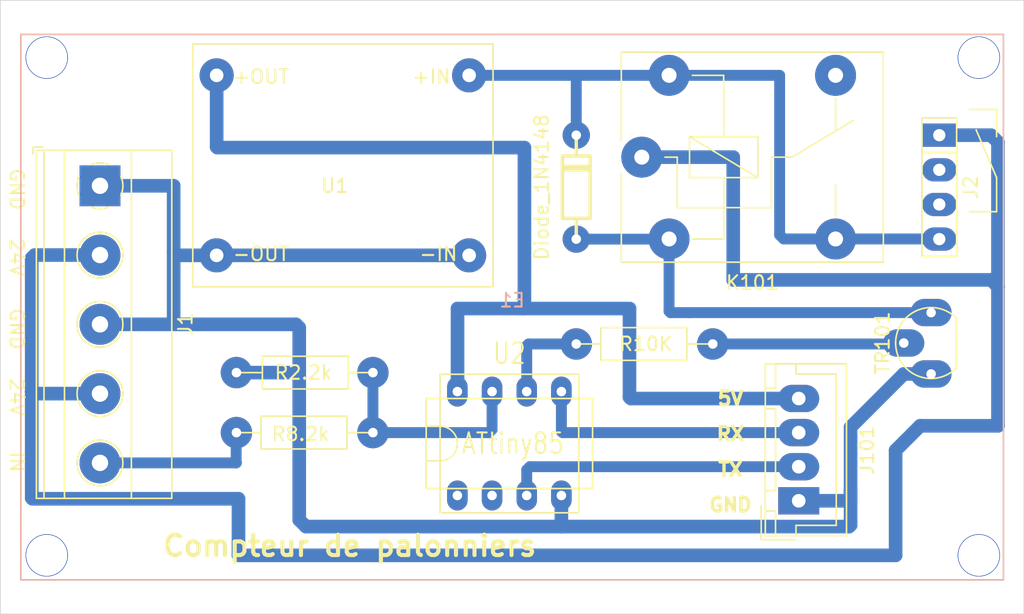
<source format=kicad_pcb>
(kicad_pcb (version 20171130) (host pcbnew "(5.1.9)-1")

  (general
    (thickness 1.6)
    (drawings 19)
    (tracks 95)
    (zones 0)
    (modules 12)
    (nets 12)
  )

  (page A4)
  (layers
    (0 F.Cu jumper)
    (31 B.Cu signal)
    (32 B.Adhes user)
    (33 F.Adhes user)
    (34 B.Paste user)
    (35 F.Paste user)
    (36 B.SilkS user)
    (37 F.SilkS user)
    (38 B.Mask user)
    (39 F.Mask user)
    (40 Dwgs.User user)
    (41 Cmts.User user)
    (42 Eco1.User user)
    (43 Eco2.User user)
    (44 Edge.Cuts user)
    (45 Margin user)
    (46 B.CrtYd user)
    (47 F.CrtYd user hide)
    (48 B.Fab user)
    (49 F.Fab user hide)
  )

  (setup
    (last_trace_width 0.8)
    (trace_clearance 0.25)
    (zone_clearance 0.508)
    (zone_45_only no)
    (trace_min 0.2)
    (via_size 0.8)
    (via_drill 0.4)
    (via_min_size 0.4)
    (via_min_drill 0.3)
    (uvia_size 0.3)
    (uvia_drill 0.1)
    (uvias_allowed no)
    (uvia_min_size 0.2)
    (uvia_min_drill 0.1)
    (edge_width 0.05)
    (segment_width 0.2)
    (pcb_text_width 0.3)
    (pcb_text_size 1.5 1.5)
    (mod_edge_width 0.12)
    (mod_text_size 1 1)
    (mod_text_width 0.15)
    (pad_size 2 3)
    (pad_drill 0.7)
    (pad_to_mask_clearance 0)
    (aux_axis_origin 115 130)
    (visible_elements 7FFEFFFF)
    (pcbplotparams
      (layerselection 0x01000_fffffffe)
      (usegerberextensions false)
      (usegerberattributes true)
      (usegerberadvancedattributes true)
      (creategerberjobfile true)
      (excludeedgelayer true)
      (linewidth 0.200000)
      (plotframeref false)
      (viasonmask false)
      (mode 1)
      (useauxorigin true)
      (hpglpennumber 1)
      (hpglpenspeed 20)
      (hpglpendiameter 15.000000)
      (psnegative false)
      (psa4output false)
      (plotreference true)
      (plotvalue true)
      (plotinvisibletext false)
      (padsonsilk false)
      (subtractmaskfromsilk false)
      (outputformat 1)
      (mirror false)
      (drillshape 0)
      (scaleselection 1)
      (outputdirectory "Gerber"))
  )

  (net 0 "")
  (net 1 "Net-(J1-Pad5)")
  (net 2 +24V)
  (net 3 GND)
  (net 4 +5V)
  (net 5 TX)
  (net 6 RX)
  (net 7 ON)
  (net 8 SIG)
  (net 9 "Net-(D101-Pad2)")
  (net 10 "Net-(R103-Pad2)")
  (net 11 14)

  (net_class Default "This is the default net class."
    (clearance 0.25)
    (trace_width 0.8)
    (via_dia 0.8)
    (via_drill 0.4)
    (uvia_dia 0.3)
    (uvia_drill 0.1)
    (add_net 14)
    (add_net "Net-(D101-Pad2)")
    (add_net "Net-(J1-Pad5)")
    (add_net "Net-(R103-Pad2)")
    (add_net ON)
    (add_net RX)
    (add_net SIG)
    (add_net TX)
  )

  (net_class P ""
    (clearance 0.25)
    (trace_width 1)
    (via_dia 0.8)
    (via_drill 0.4)
    (uvia_dia 0.3)
    (uvia_drill 0.1)
    (add_net +24V)
    (add_net +5V)
    (add_net GND)
  )

  (module Resistance:R_025W (layer F.Cu) (tedit 640AE660) (tstamp 6439055F)
    (at 162.3 110.1)
    (descr "Resistance 1/4w")
    (tags R)
    (path /643A4D4E)
    (autoplace_cost180 10)
    (fp_text reference R103 (at -0.2 0.1) (layer F.Fab) hide
      (effects (font (size 1 1) (thickness 0.15)))
    )
    (fp_text value R10K (at 0 0.1) (layer F.SilkS)
      (effects (font (size 1 1) (thickness 0.15)))
    )
    (fp_line (start 4.651 0.1) (end 3 0.1) (layer F.SilkS) (width 0.12))
    (fp_line (start -4.951 0.1) (end -3.3 0.1) (layer F.SilkS) (width 0.12))
    (fp_line (start -3.3 -1.1) (end 3 -1.1) (layer F.SilkS) (width 0.12))
    (fp_line (start 3 -1.1) (end 3 1.3) (layer F.SilkS) (width 0.12))
    (fp_line (start 3 1.3) (end -3.3 1.3) (layer F.SilkS) (width 0.12))
    (fp_line (start -3.3 1.3) (end -3.3 -1.1) (layer F.SilkS) (width 0.12))
    (pad 1 thru_hole circle (at -5.1 0.1) (size 2.3 2.3) (drill 0.7) (layers *.Cu *.Mask)
      (net 7 ON))
    (pad 2 thru_hole circle (at 4.9 0.1) (size 2.3 2.3) (drill 0.7) (layers *.Cu *.Mask)
      (net 10 "Net-(R103-Pad2)"))
    (model ${KISYS3DMOD}/Resistance3d/rc03.wrl
      (offset (xyz 0 -0.1 0))
      (scale (xyz 1.3 1 1))
      (rotate (xyz 0 0 0))
    )
  )

  (module TerminalBlock_Phoenix:TerminalBlock_Phoenix_MKDS-1,5-5-5.08_1x05_P5.08mm_Horizontal (layer F.Cu) (tedit 61F30061) (tstamp 6432C4A7)
    (at 122.3 98.6 270)
    (descr "Terminal Block Phoenix MKDS-1,5-5-5.08, 5 pins, pitch 5.08mm, size 25.4x9.8mm^2, drill diamater 1.3mm, pad diameter 2.6mm, see http://www.farnell.com/datasheets/100425.pdf, script-generated using https://github.com/pointhi/kicad-footprint-generator/scripts/TerminalBlock_Phoenix")
    (tags "THT Terminal Block Phoenix MKDS-1,5-5-5.08 pitch 5.08mm size 25.4x9.8mm^2 drill 1.3mm pad 2.6mm")
    (path /6432EBA0)
    (fp_text reference J1 (at 10.16 -6.26 270) (layer F.SilkS)
      (effects (font (size 1 1) (thickness 0.15)))
    )
    (fp_text value Conn_01x05 (at 10.16 5.66 90) (layer F.Fab)
      (effects (font (size 1 1) (thickness 0.15)))
    )
    (fp_line (start 10.5 4) (end 10 3) (layer Eco2.User) (width 0.12))
    (fp_line (start 9.5 4) (end 10.5 4) (layer Eco2.User) (width 0.12))
    (fp_line (start 10 3) (end 9.5 4) (layer Eco2.User) (width 0.12))
    (fp_circle (center 0 0) (end 1.5 0) (layer F.Fab) (width 0.1))
    (fp_circle (center 5.08 0) (end 6.58 0) (layer F.Fab) (width 0.1))
    (fp_circle (center 5.08 0) (end 6.76 0) (layer F.SilkS) (width 0.12))
    (fp_circle (center 10.16 0) (end 11.66 0) (layer F.Fab) (width 0.1))
    (fp_circle (center 10.16 0) (end 11.84 0) (layer F.SilkS) (width 0.12))
    (fp_circle (center 15.24 0) (end 16.74 0) (layer F.Fab) (width 0.1))
    (fp_circle (center 15.24 0) (end 16.92 0) (layer F.SilkS) (width 0.12))
    (fp_circle (center 20.32 0) (end 21.82 0) (layer F.Fab) (width 0.1))
    (fp_circle (center 20.32 0) (end 22 0) (layer F.SilkS) (width 0.12))
    (fp_line (start -2.54 -5.2) (end 22.86 -5.2) (layer F.Fab) (width 0.1))
    (fp_line (start 22.86 -5.2) (end 22.86 4.6) (layer F.Fab) (width 0.1))
    (fp_line (start 22.86 4.6) (end -2.04 4.6) (layer F.Fab) (width 0.1))
    (fp_line (start -2.04 4.6) (end -2.54 4.1) (layer F.Fab) (width 0.1))
    (fp_line (start -2.54 4.1) (end -2.54 -5.2) (layer F.Fab) (width 0.1))
    (fp_line (start -2.54 4.1) (end 22.86 4.1) (layer F.Fab) (width 0.1))
    (fp_line (start -2.6 4.1) (end 22.92 4.1) (layer F.SilkS) (width 0.12))
    (fp_line (start -2.54 2.6) (end 22.86 2.6) (layer F.Fab) (width 0.1))
    (fp_line (start -2.6 2.6) (end 22.92 2.6) (layer F.SilkS) (width 0.12))
    (fp_line (start -2.54 -2.3) (end 22.86 -2.3) (layer F.Fab) (width 0.1))
    (fp_line (start -2.6 -2.301) (end 22.92 -2.301) (layer F.SilkS) (width 0.12))
    (fp_line (start -2.6 -5.261) (end 22.92 -5.261) (layer F.SilkS) (width 0.12))
    (fp_line (start -2.6 4.66) (end 22.92 4.66) (layer F.SilkS) (width 0.12))
    (fp_line (start -2.6 -5.261) (end -2.6 4.66) (layer F.SilkS) (width 0.12))
    (fp_line (start 22.92 -5.261) (end 22.92 4.66) (layer F.SilkS) (width 0.12))
    (fp_line (start 1.138 -0.955) (end -0.955 1.138) (layer F.Fab) (width 0.1))
    (fp_line (start 0.955 -1.138) (end -1.138 0.955) (layer F.Fab) (width 0.1))
    (fp_line (start 6.218 -0.955) (end 4.126 1.138) (layer F.Fab) (width 0.1))
    (fp_line (start 6.035 -1.138) (end 3.943 0.955) (layer F.Fab) (width 0.1))
    (fp_line (start 6.355 -1.069) (end 6.308 -1.023) (layer F.SilkS) (width 0.12))
    (fp_line (start 4.046 1.239) (end 4.011 1.274) (layer F.SilkS) (width 0.12))
    (fp_line (start 6.15 -1.275) (end 6.115 -1.239) (layer F.SilkS) (width 0.12))
    (fp_line (start 3.853 1.023) (end 3.806 1.069) (layer F.SilkS) (width 0.12))
    (fp_line (start 11.298 -0.955) (end 9.206 1.138) (layer F.Fab) (width 0.1))
    (fp_line (start 11.115 -1.138) (end 9.023 0.955) (layer F.Fab) (width 0.1))
    (fp_line (start 11.435 -1.069) (end 11.388 -1.023) (layer F.SilkS) (width 0.12))
    (fp_line (start 9.126 1.239) (end 9.091 1.274) (layer F.SilkS) (width 0.12))
    (fp_line (start 11.23 -1.275) (end 11.195 -1.239) (layer F.SilkS) (width 0.12))
    (fp_line (start 8.933 1.023) (end 8.886 1.069) (layer F.SilkS) (width 0.12))
    (fp_line (start 16.378 -0.955) (end 14.286 1.138) (layer F.Fab) (width 0.1))
    (fp_line (start 16.195 -1.138) (end 14.103 0.955) (layer F.Fab) (width 0.1))
    (fp_line (start 16.515 -1.069) (end 16.468 -1.023) (layer F.SilkS) (width 0.12))
    (fp_line (start 14.206 1.239) (end 14.171 1.274) (layer F.SilkS) (width 0.12))
    (fp_line (start 16.31 -1.275) (end 16.275 -1.239) (layer F.SilkS) (width 0.12))
    (fp_line (start 14.013 1.023) (end 13.966 1.069) (layer F.SilkS) (width 0.12))
    (fp_line (start 21.458 -0.955) (end 19.366 1.138) (layer F.Fab) (width 0.1))
    (fp_line (start 21.275 -1.138) (end 19.183 0.955) (layer F.Fab) (width 0.1))
    (fp_line (start 21.595 -1.069) (end 21.548 -1.023) (layer F.SilkS) (width 0.12))
    (fp_line (start 19.286 1.239) (end 19.251 1.274) (layer F.SilkS) (width 0.12))
    (fp_line (start 21.39 -1.275) (end 21.355 -1.239) (layer F.SilkS) (width 0.12))
    (fp_line (start 19.093 1.023) (end 19.046 1.069) (layer F.SilkS) (width 0.12))
    (fp_line (start -2.84 4.16) (end -2.84 4.9) (layer F.SilkS) (width 0.12))
    (fp_line (start -2.84 4.9) (end -2.34 4.9) (layer F.SilkS) (width 0.12))
    (fp_line (start -3.04 -5.71) (end -3.04 5.1) (layer F.CrtYd) (width 0.05))
    (fp_line (start -3.04 5.1) (end 23.36 5.1) (layer F.CrtYd) (width 0.05))
    (fp_line (start 23.36 5.1) (end 23.36 -5.71) (layer F.CrtYd) (width 0.05))
    (fp_line (start 23.36 -5.71) (end -3.04 -5.71) (layer F.CrtYd) (width 0.05))
    (fp_text user %R (at 10.16 -3.5 90) (layer F.Fab)
      (effects (font (size 1 1) (thickness 0.15)))
    )
    (fp_arc (start 0 0) (end -0.684 1.535) (angle -25) (layer F.SilkS) (width 0.12))
    (fp_arc (start 0 0) (end -1.535 -0.684) (angle -48) (layer F.SilkS) (width 0.12))
    (fp_arc (start 0 0) (end 0.684 -1.535) (angle -48) (layer F.SilkS) (width 0.12))
    (fp_arc (start 0 0) (end 1.535 0.684) (angle -48) (layer F.SilkS) (width 0.12))
    (fp_arc (start 0 0) (end 0 1.68) (angle -24) (layer F.SilkS) (width 0.12))
    (pad 5 thru_hole circle (at 20.32 0 270) (size 3 3) (drill 1.2) (layers *.Cu *.Mask)
      (net 1 "Net-(J1-Pad5)"))
    (pad 4 thru_hole circle (at 15.24 0 270) (size 3 3) (drill 1.2) (layers *.Cu *.Mask)
      (net 2 +24V))
    (pad 3 thru_hole circle (at 10.16 0 270) (size 3 3) (drill 1.2) (layers *.Cu *.Mask)
      (net 3 GND))
    (pad 2 thru_hole circle (at 5.08 0 270) (size 3 3) (drill 1.2) (layers *.Cu *.Mask)
      (net 2 +24V))
    (pad 1 thru_hole rect (at 0 0 270) (size 3 3) (drill 1.2) (layers *.Cu *.Mask)
      (net 3 GND))
    (model ${KISYS3DMOD}/TerminalBlock_Phoenix.3dshapes/TerminalBlock_Phoenix_MKDS-1,5-5-5.08_1x05_P5.08mm_Horizontal.wrl
      (at (xyz 0 0 0))
      (scale (xyz 1 1 1))
      (rotate (xyz 0 0 0))
    )
  )

  (module Transistor:TO-92 (layer F.Cu) (tedit 6464A1F1) (tstamp 64390571)
    (at 183.2 111.4 90)
    (descr "TO-92 leads molded, narrow, drill 0.75mm (see NXP sot054_po.pdf)")
    (tags "to-92 sc-43 sc-43a sot54 PA33 transistor")
    (path /6439D8F7)
    (fp_text reference TR101 (at 1.27 -3.56 90) (layer F.SilkS)
      (effects (font (size 1 1) (thickness 0.15)))
    )
    (fp_text value Transistor_TO92 (at 1.27 2.79 90) (layer F.Fab)
      (effects (font (size 1 1) (thickness 0.15)))
    )
    (fp_line (start -0.53 1.85) (end 3.07 1.85) (layer F.SilkS) (width 0.12))
    (fp_line (start -0.5 1.75) (end 3 1.75) (layer F.Fab) (width 0.1))
    (fp_line (start -1.46 -2.73) (end 4 -2.73) (layer F.CrtYd) (width 0.05))
    (fp_line (start -1.46 -2.73) (end -1.46 2.01) (layer F.CrtYd) (width 0.05))
    (fp_line (start 4 2.01) (end 4 -2.73) (layer F.CrtYd) (width 0.05))
    (fp_line (start 4 2.01) (end -1.46 2.01) (layer F.CrtYd) (width 0.05))
    (fp_arc (start 1.27 0) (end 1.27 -2.6) (angle 135) (layer F.SilkS) (width 0.12))
    (fp_arc (start 1.27 0) (end 1.27 -2.48) (angle -135) (layer F.Fab) (width 0.1))
    (fp_arc (start 1.27 0) (end 1.27 -2.6) (angle -135) (layer F.SilkS) (width 0.12))
    (fp_arc (start 1.27 0) (end 1.27 -2.48) (angle 135) (layer F.Fab) (width 0.1))
    (fp_text user %R (at 1.27 0 90) (layer F.Fab)
      (effects (font (size 1 1) (thickness 0.15)))
    )
    (pad 1 thru_hole oval (at -1 0 90) (size 2 3) (drill 0.7) (layers *.Cu *.Mask)
      (net 3 GND))
    (pad 3 thru_hole oval (at 3.5 0 90) (size 2 3) (drill 0.7) (layers *.Cu *.Mask)
      (net 9 "Net-(D101-Pad2)"))
    (pad 2 thru_hole oval (at 1.27 -2 90) (size 2 3) (drill 0.7) (layers *.Cu *.Mask)
      (net 10 "Net-(R103-Pad2)"))
    (model ${KISYS3DMOD}/Transistor3d/TO-92.wrl
      (offset (xyz -1 0 0))
      (scale (xyz 1.8 1.6 1))
      (rotate (xyz 0 0 0))
    )
  )

  (module Relay_THT:Relais_SRD (layer F.Cu) (tedit 6395C9BB) (tstamp 64390527)
    (at 162 96.5)
    (path /6439057C)
    (fp_text reference K101 (at 8.1 9.2) (layer F.SilkS)
      (effects (font (size 1 1) (thickness 0.15)))
    )
    (fp_text value RelaisSRD (at 8 -9.6) (layer F.Fab)
      (effects (font (size 1 1) (thickness 0.15)))
    )
    (fp_line (start -1.5 1.2) (end -1.5 7.7) (layer F.SilkS) (width 0.12))
    (fp_line (start -1.5 -7.7) (end -1.5 -1.2) (layer F.SilkS) (width 0.12))
    (fp_line (start -1.5 -7.7) (end 17.7 -7.7) (layer F.SilkS) (width 0.12))
    (fp_line (start 17.7 -7.7) (end 17.7 7.7) (layer F.SilkS) (width 0.12))
    (fp_line (start 17.7 7.7) (end -1.5 7.7) (layer F.SilkS) (width 0.12))
    (fp_line (start -1.4 -7.6) (end 17.6 -7.6) (layer F.Fab) (width 0.1))
    (fp_line (start 17.6 -7.6) (end 17.6 7.6) (layer F.Fab) (width 0.1))
    (fp_line (start 17.6 7.6) (end -1.4 7.6) (layer F.Fab) (width 0.1))
    (fp_line (start -1.4 7.6) (end -1.4 -7.6) (layer F.Fab) (width 0.1))
    (fp_line (start 17.85 -7.85) (end -1.75 -7.85) (layer F.CrtYd) (width 0.05))
    (fp_line (start -1.75 7.85) (end -1.75 -7.85) (layer F.CrtYd) (width 0.05))
    (fp_line (start 17.85 -7.85) (end 17.85 7.85) (layer F.CrtYd) (width 0.05))
    (fp_line (start -1.75 7.85) (end 17.85 7.85) (layer F.CrtYd) (width 0.05))
    (fp_line (start 14.2 4.3) (end 14.2 2) (layer F.SilkS) (width 0.12))
    (fp_line (start 14.2 -4.3) (end 14.2 -2) (layer F.SilkS) (width 0.12))
    (fp_line (start 3.7 6) (end 6 6) (layer F.SilkS) (width 0.12))
    (fp_line (start 2.6 0) (end 1.7 0) (layer F.SilkS) (width 0.12))
    (fp_line (start 6 -6) (end 3.7 -6) (layer F.SilkS) (width 0.12))
    (fp_line (start 9.5 0) (end 11 0) (layer F.SilkS) (width 0.12))
    (fp_line (start 11 0) (end 15.5 -2.7) (layer F.SilkS) (width 0.12))
    (fp_line (start 9.5 3.7) (end 2.6 3.7) (layer F.SilkS) (width 0.12))
    (fp_line (start 9.5 0) (end 9.5 3.7) (layer F.SilkS) (width 0.12))
    (fp_line (start 2.6 0) (end 2.6 3.7) (layer F.SilkS) (width 0.12))
    (fp_line (start 6 -6) (end 6 -1.5) (layer F.SilkS) (width 0.12))
    (fp_line (start 6 1.5) (end 6 6) (layer F.SilkS) (width 0.12))
    (fp_line (start 8.5 1.5) (end 3.5 -1.5) (layer F.SilkS) (width 0.12))
    (fp_line (start 3.5 1.5) (end 3.5 -1.5) (layer F.SilkS) (width 0.12))
    (fp_line (start 3.5 -1.5) (end 8.5 -1.5) (layer F.SilkS) (width 0.12))
    (fp_line (start 8.5 -1.5) (end 8.5 1.5) (layer F.SilkS) (width 0.12))
    (fp_line (start 8.5 1.5) (end 3.5 1.5) (layer F.SilkS) (width 0.12))
    (fp_text user %R (at 7.1 0.025) (layer F.Fab) hide
      (effects (font (size 1 1) (thickness 0.15)))
    )
    (pad 11 thru_hole circle (at 0 0) (size 3 3) (drill 1.1) (layers *.Cu *.Mask)
      (net 2 +24V))
    (pad A2 thru_hole circle (at 2 -6) (size 3 3) (drill 1.1) (layers *.Cu *.Mask)
      (net 11 14))
    (pad 12 thru_hole circle (at 14.2 -6) (size 3 3) (drill 1.1) (layers *.Cu *.Mask))
    (pad 14 thru_hole circle (at 14.2 6) (size 3 3) (drill 1.1) (layers *.Cu *.Mask)
      (net 11 14))
    (pad A1 thru_hole circle (at 2 6) (size 3 3) (drill 1.1) (layers *.Cu *.Mask)
      (net 9 "Net-(D101-Pad2)"))
    (model ${KISYS3DMOD}/Relay_THT.3dshapes/Relay_SPDT_Finder_36.11.wrl
      (at (xyz 0 0 0))
      (scale (xyz 1 1 1))
      (rotate (xyz 0 0 0))
    )
  )

  (module Connecteur_jst:JST_XH_B04B-XH-A_04x2.50mm_Straight (layer F.Cu) (tedit 61E16DC3) (tstamp 643904FF)
    (at 173.5 121.7 90)
    (descr "JST XH series connector, B04B-XH-A, top entry type, through hole")
    (tags "connector jst xh tht top vertical 2.50mm")
    (path /643A843B)
    (fp_text reference J101 (at 3.7 5 90) (layer F.SilkS)
      (effects (font (size 1 1) (thickness 0.15)))
    )
    (fp_text value Connecteur_Nextion (at 3.75 4.5 90) (layer F.Fab)
      (effects (font (size 1 1) (thickness 0.15)))
    )
    (fp_line (start -2.85 -2.75) (end -2.85 -0.25) (layer F.Fab) (width 0.1))
    (fp_line (start -0.35 -2.75) (end -2.85 -2.75) (layer F.Fab) (width 0.1))
    (fp_line (start -2.85 -2.75) (end -2.85 -0.25) (layer F.SilkS) (width 0.12))
    (fp_line (start -0.35 -2.75) (end -2.85 -2.75) (layer F.SilkS) (width 0.12))
    (fp_line (start 9.3 2.75) (end 3.75 2.75) (layer F.SilkS) (width 0.12))
    (fp_line (start 9.3 -0.2) (end 9.3 2.75) (layer F.SilkS) (width 0.12))
    (fp_line (start 10.05 -0.2) (end 9.3 -0.2) (layer F.SilkS) (width 0.12))
    (fp_line (start -1.8 2.75) (end 3.75 2.75) (layer F.SilkS) (width 0.12))
    (fp_line (start -1.8 -0.2) (end -1.8 2.75) (layer F.SilkS) (width 0.12))
    (fp_line (start -2.55 -0.2) (end -1.8 -0.2) (layer F.SilkS) (width 0.12))
    (fp_line (start 10.05 -2.45) (end 8.25 -2.45) (layer F.SilkS) (width 0.12))
    (fp_line (start 10.05 -1.7) (end 10.05 -2.45) (layer F.SilkS) (width 0.12))
    (fp_line (start 8.25 -1.7) (end 10.05 -1.7) (layer F.SilkS) (width 0.12))
    (fp_line (start 8.25 -2.45) (end 8.25 -1.7) (layer F.SilkS) (width 0.12))
    (fp_line (start -0.75 -2.45) (end -2.55 -2.45) (layer F.SilkS) (width 0.12))
    (fp_line (start -0.75 -1.7) (end -0.75 -2.45) (layer F.SilkS) (width 0.12))
    (fp_line (start -2.55 -1.7) (end -0.75 -1.7) (layer F.SilkS) (width 0.12))
    (fp_line (start -2.55 -2.45) (end -2.55 -1.7) (layer F.SilkS) (width 0.12))
    (fp_line (start 6.75 -2.45) (end 0.75 -2.45) (layer F.SilkS) (width 0.12))
    (fp_line (start 6.75 -1.7) (end 6.75 -2.45) (layer F.SilkS) (width 0.12))
    (fp_line (start 0.75 -1.7) (end 6.75 -1.7) (layer F.SilkS) (width 0.12))
    (fp_line (start 0.75 -2.45) (end 0.75 -1.7) (layer F.SilkS) (width 0.12))
    (fp_line (start 10.05 -2.45) (end -2.55 -2.45) (layer F.SilkS) (width 0.12))
    (fp_line (start 10.05 3.5) (end 10.05 -2.45) (layer F.SilkS) (width 0.12))
    (fp_line (start -2.55 3.5) (end 10.05 3.5) (layer F.SilkS) (width 0.12))
    (fp_line (start -2.55 -2.45) (end -2.55 3.5) (layer F.SilkS) (width 0.12))
    (fp_line (start 10.45 -2.85) (end -2.95 -2.85) (layer F.CrtYd) (width 0.05))
    (fp_line (start 10.45 3.9) (end 10.45 -2.85) (layer F.CrtYd) (width 0.05))
    (fp_line (start -2.95 3.9) (end 10.45 3.9) (layer F.CrtYd) (width 0.05))
    (fp_line (start -2.95 -2.85) (end -2.95 3.9) (layer F.CrtYd) (width 0.05))
    (fp_line (start 9.95 -2.35) (end -2.45 -2.35) (layer F.Fab) (width 0.1))
    (fp_line (start 9.95 3.4) (end 9.95 -2.35) (layer F.Fab) (width 0.1))
    (fp_line (start -2.45 3.4) (end 9.95 3.4) (layer F.Fab) (width 0.1))
    (fp_line (start -2.45 -2.35) (end -2.45 3.4) (layer F.Fab) (width 0.1))
    (fp_text user %R (at 3.75 2.5 90) (layer F.Fab)
      (effects (font (size 1 1) (thickness 0.15)))
    )
    (pad 4 thru_hole oval (at 7.5 0 90) (size 2 3) (drill 1) (layers *.Cu *.Mask)
      (net 4 +5V))
    (pad 3 thru_hole oval (at 5 0 90) (size 2 3) (drill 1) (layers *.Cu *.Mask)
      (net 6 RX))
    (pad 2 thru_hole oval (at 2.5 0 90) (size 2 3) (drill 1) (layers *.Cu *.Mask)
      (net 5 TX))
    (pad 1 thru_hole rect (at 0 0 90) (size 2 3) (drill 1) (layers *.Cu *.Mask)
      (net 3 GND))
    (model ${KISYS3DMOD}/Connector_JST.3dshapes/JST_XH_B4B-XH-A_1x04_P2.50mm_Vertical.wrl
      (at (xyz 0 0 0))
      (scale (xyz 1 1 1))
      (rotate (xyz 0 0 0))
    )
  )

  (module pth_diodes:diode_do35 (layer F.Cu) (tedit 6425549D) (tstamp 64390414)
    (at 157.2 98.7 90)
    (descr "Diode, DO-35 package")
    (path /6439AB6F)
    (fp_text reference D101 (at 0 2.54 90) (layer F.Fab) hide
      (effects (font (size 1.524 1.524) (thickness 0.3048)))
    )
    (fp_text value Diode_1N4148 (at 0 -2.54 90) (layer F.SilkS)
      (effects (font (size 1 1) (thickness 0.15)))
    )
    (fp_line (start -2.286 1.016) (end -2.286 -1.016) (layer F.SilkS) (width 0.254))
    (fp_line (start 2.286 1.016) (end -2.286 1.016) (layer F.SilkS) (width 0.254))
    (fp_line (start 2.286 -1.016) (end 2.286 1.016) (layer F.SilkS) (width 0.254))
    (fp_line (start -2.286 -1.016) (end 2.286 -1.016) (layer F.SilkS) (width 0.254))
    (fp_line (start -2.286 0) (end -3.81 0) (layer F.SilkS) (width 0.254))
    (fp_line (start 3.81 0) (end 2.286 0) (layer F.SilkS) (width 0.254))
    (fp_line (start 1.27 -1.016) (end 1.27 1.016) (layer F.SilkS) (width 0.254))
    (fp_line (start 1.524 1.016) (end 1.524 -1.016) (layer F.SilkS) (width 0.254))
    (pad 1 thru_hole circle (at 3.81 0 90) (size 2 2) (drill 0.7) (layers *.Cu *.Mask)
      (net 11 14))
    (pad 2 thru_hole circle (at -3.81 0 90) (size 2 2) (drill 0.7) (layers *.Cu *.Mask)
      (net 9 "Net-(D101-Pad2)"))
    (model walter/pth_diodes/diode_do35.wrl
      (at (xyz 0 0 0))
      (scale (xyz 1 1 1))
      (rotate (xyz 0 0 0))
    )
    (model ${KISYS3DMOD}/Diode_THT.3dshapes/D_DO-35_SOD27_P7.62mm_Horizontal.wrl
      (offset (xyz 3.8 0 0))
      (scale (xyz 1 1 1))
      (rotate (xyz 0 0 180))
    )
  )

  (module pin_2_54mm:pin_strip_4 (layer F.Cu) (tedit 643518E4) (tstamp 64341219)
    (at 183.8 98.7 270)
    (descr "Pin strip 4pin")
    (tags "CONN DEV")
    (path /643D02A0)
    (fp_text reference J2 (at 0.01 -2.3 90) (layer F.SilkS)
      (effects (font (size 1 1) (thickness 0.15)))
    )
    (fp_text value Conn_01x04 (at 0.254 -3.556 90) (layer F.Fab) hide
      (effects (font (size 1 1) (thickness 0.2)))
    )
    (fp_line (start 5.08 -1.27) (end 5.08 1.27) (layer F.SilkS) (width 0.12))
    (fp_line (start -5.08 1.27) (end -5.08 -1.27) (layer F.SilkS) (width 0.12))
    (fp_line (start -5.08 -1.27) (end 5.08 -1.27) (layer F.SilkS) (width 0.12))
    (fp_line (start 5.08 1.27) (end -5.08 1.27) (layer F.SilkS) (width 0.12))
    (fp_line (start -2.54 -1.27) (end -2.54 1.27) (layer F.SilkS) (width 0.12))
    (pad 4 thru_hole oval (at 3.81 0 270) (size 1.7 2.5) (drill 0.9) (layers *.Cu *.Mask)
      (net 11 14))
    (pad 3 thru_hole oval (at 1.27 0 270) (size 1.7 2.5) (drill 0.9) (layers *.Cu *.Mask))
    (pad 2 thru_hole oval (at -1.27 0 270) (size 1.7 2.5) (drill 0.9) (layers *.Cu *.Mask))
    (pad 1 thru_hole rect (at -3.81 0 270) (size 1.7 2.5) (drill 0.9) (layers *.Cu *.Mask)
      (net 2 +24V))
    (model ${KISYS3DMOD}/walter/pin_strip_2mm54.3dshapes/pin_strip_4.wrl
      (at (xyz 0 0 0))
      (scale (xyz 1 1 1))
      (rotate (xyz 0 0 0))
    )
    (model ${KISYS3DMOD}/pin_strip_2mm54.3dshapes/pin_strip_4.wrl
      (at (xyz 0 0 0))
      (scale (xyz 1 1 1))
      (rotate (xyz 0 0 0))
    )
  )

  (module Resistance:R_025W (layer F.Cu) (tedit 640AE660) (tstamp 64356278)
    (at 137.2 112.4 180)
    (descr "Resistance 1/4w")
    (tags R)
    (path /6436626B)
    (autoplace_cost180 10)
    (fp_text reference R102 (at -0.2 0.1) (layer F.Fab) hide
      (effects (font (size 1 1) (thickness 0.15)))
    )
    (fp_text value R2.2k (at 0 0.1) (layer F.SilkS)
      (effects (font (size 1 1) (thickness 0.15)))
    )
    (fp_line (start 4.651 0.1) (end 3 0.1) (layer F.SilkS) (width 0.12))
    (fp_line (start -4.951 0.1) (end -3.3 0.1) (layer F.SilkS) (width 0.12))
    (fp_line (start -3.3 -1.1) (end 3 -1.1) (layer F.SilkS) (width 0.12))
    (fp_line (start 3 -1.1) (end 3 1.3) (layer F.SilkS) (width 0.12))
    (fp_line (start 3 1.3) (end -3.3 1.3) (layer F.SilkS) (width 0.12))
    (fp_line (start -3.3 1.3) (end -3.3 -1.1) (layer F.SilkS) (width 0.12))
    (pad 1 thru_hole circle (at -5.1 0.1 180) (size 2.3 2.3) (drill 0.7) (layers *.Cu *.Mask)
      (net 8 SIG))
    (pad 2 thru_hole circle (at 4.9 0.1 180) (size 2.3 2.3) (drill 0.7) (layers *.Cu *.Mask)
      (net 3 GND))
    (model ${KISYS3DMOD}/Resistance3d/rc03.wrl
      (offset (xyz 0 -0.1 0))
      (scale (xyz 1.3 1 1))
      (rotate (xyz 0 0 0))
    )
  )

  (module Resistance:R_025W (layer F.Cu) (tedit 640AE660) (tstamp 6435626C)
    (at 137.4 116.6)
    (descr "Resistance 1/4w")
    (tags R)
    (path /643650F0)
    (autoplace_cost180 10)
    (fp_text reference R101 (at -0.2 0.1) (layer F.Fab) hide
      (effects (font (size 1 1) (thickness 0.15)))
    )
    (fp_text value R8.2k (at -0.4 0.2) (layer F.SilkS)
      (effects (font (size 1 1) (thickness 0.15)))
    )
    (fp_line (start 4.651 0.1) (end 3 0.1) (layer F.SilkS) (width 0.12))
    (fp_line (start -4.951 0.1) (end -3.3 0.1) (layer F.SilkS) (width 0.12))
    (fp_line (start -3.3 -1.1) (end 3 -1.1) (layer F.SilkS) (width 0.12))
    (fp_line (start 3 -1.1) (end 3 1.3) (layer F.SilkS) (width 0.12))
    (fp_line (start 3 1.3) (end -3.3 1.3) (layer F.SilkS) (width 0.12))
    (fp_line (start -3.3 1.3) (end -3.3 -1.1) (layer F.SilkS) (width 0.12))
    (pad 1 thru_hole circle (at -5.1 0.1) (size 2.3 2.3) (drill 0.7) (layers *.Cu *.Mask)
      (net 1 "Net-(J1-Pad5)"))
    (pad 2 thru_hole circle (at 4.9 0.1) (size 2.3 2.3) (drill 0.7) (layers *.Cu *.Mask)
      (net 8 SIG))
    (model ${KISYS3DMOD}/Resistance3d/rc03.wrl
      (offset (xyz 0 -0.1 0))
      (scale (xyz 1.3 1 1))
      (rotate (xyz 0 0 0))
    )
  )

  (module Microcontroleurs:dil_8-300_socket (layer F.Cu) (tedit 64351584) (tstamp 643559BA)
    (at 152.3 117.5)
    (descr "IC, DIL8 x 0,3\", with socket")
    (tags DIL)
    (path /6435DCED)
    (fp_text reference U2 (at 0 -6.6) (layer F.SilkS)
      (effects (font (size 1.5 1.2) (thickness 0.15)))
    )
    (fp_text value ATtiny85 (at 0.25 0) (layer F.SilkS)
      (effects (font (size 1.5 1.2) (thickness 0.15)))
    )
    (fp_line (start 5.08 5.08) (end -5.08 5.08) (layer F.SilkS) (width 0.12))
    (fp_line (start -6.096 3.302) (end 6.096 3.302) (layer F.SilkS) (width 0.12))
    (fp_line (start 5.08 -5.08) (end -5.08 -5.08) (layer F.SilkS) (width 0.12))
    (fp_line (start -6.096 -3.302) (end 6.096 -3.302) (layer F.SilkS) (width 0.12))
    (fp_line (start -5.08 1.27) (end -6.096 1.27) (layer F.SilkS) (width 0.12))
    (fp_line (start -5.08 -1.27) (end -6.096 -1.27) (layer F.SilkS) (width 0.12))
    (fp_line (start 5.08 -5.08) (end 5.08 5.08) (layer F.SilkS) (width 0.12))
    (fp_line (start -5.08 5.08) (end -5.08 -5.08) (layer F.SilkS) (width 0.12))
    (fp_line (start 6.096 -3.302) (end 6.096 3.302) (layer F.SilkS) (width 0.12))
    (fp_line (start -6.096 3.302) (end -6.096 -3.302) (layer F.SilkS) (width 0.12))
    (fp_arc (start -5.08 0) (end -3.81 0) (angle 90) (layer F.SilkS) (width 0.12))
    (fp_arc (start -5.08 0) (end -5.08 -1.27) (angle 90) (layer F.SilkS) (width 0.12))
    (pad 8 thru_hole oval (at -3.81 -3.81) (size 1.5 2.2) (drill 0.7) (layers *.Cu *.Mask)
      (net 4 +5V))
    (pad 7 thru_hole oval (at -1.27 -3.81) (size 1.5 2.2) (drill 0.7) (layers *.Cu *.Mask)
      (net 8 SIG))
    (pad 6 thru_hole oval (at 1.27 -3.81) (size 1.5 2.2) (drill 0.7) (layers *.Cu *.Mask)
      (net 7 ON))
    (pad 5 thru_hole oval (at 3.81 -3.81) (size 1.5 2.2) (drill 0.7) (layers *.Cu *.Mask)
      (net 6 RX))
    (pad 4 thru_hole oval (at 3.81 3.81) (size 1.5 2.2) (drill 0.7) (layers *.Cu *.Mask)
      (net 3 GND))
    (pad 3 thru_hole oval (at 1.27 3.81) (size 1.5 2.2) (drill 0.7) (layers *.Cu *.Mask)
      (net 5 TX))
    (pad 2 thru_hole oval (at -1.27 3.81) (size 1.5 2.2) (drill 0.7) (layers *.Cu *.Mask))
    (pad 1 thru_hole oval (at -3.81 3.81) (size 1.5 2.2) (drill 0.7) (layers *.Cu *.Mask))
    (model ${KISYS3DMOD}/Dip3d/DIP-8_W7.62mm_Socket.wrl
      (offset (xyz -3.75 -3.75 0))
      (scale (xyz 1 1 1))
      (rotate (xyz 0 0 -90))
    )
    (model ${KISYS3DMOD}/Dip3d/DIP-8_W7.62mm.wrl
      (offset (xyz -3.75 -3.75 4))
      (scale (xyz 1 1 1))
      (rotate (xyz 0 0 -90))
    )
  )

  (module Convertisseur:MP1584 (layer F.Cu) (tedit 64255363) (tstamp 6432C518)
    (at 140.1 97.1 180)
    (descr "Convertisseur DC-DC")
    (path /6432D7F0)
    (fp_text reference U1 (at 0.6 -1.5) (layer F.SilkS)
      (effects (font (size 1 1) (thickness 0.15)))
    )
    (fp_text value MP1584 (at 0 -1.5) (layer F.Fab)
      (effects (font (size 1 1) (thickness 0.15)))
    )
    (fp_line (start -11 8.9) (end -11 -8.1) (layer F.SilkS) (width 0.12))
    (fp_line (start 11 8.9) (end -11 8.9) (layer F.SilkS) (width 0.12))
    (fp_line (start 11 -8) (end 11 8.9) (layer F.SilkS) (width 0.12))
    (fp_line (start -11 -8.9) (end 11 -8.9) (layer F.SilkS) (width 0.12))
    (fp_line (start -11 -8) (end -11 -8.9) (layer F.SilkS) (width 0.12))
    (fp_line (start 11 -8) (end 11 -8.9) (layer F.SilkS) (width 0.12))
    (fp_text user +OUT (at 6 6.5) (layer F.SilkS)
      (effects (font (size 1 1) (thickness 0.15)))
    )
    (fp_text user -OUT (at 6 -6.5) (layer F.SilkS)
      (effects (font (size 1 1) (thickness 0.15)))
    )
    (fp_text user +IN (at -6.5 6.5) (layer F.SilkS)
      (effects (font (size 1 1) (thickness 0.15)))
    )
    (fp_text user -IN (at -7 -6.5) (layer F.SilkS)
      (effects (font (size 1 1) (thickness 0.15)))
    )
    (pad 4 thru_hole circle (at 9.25 6.6 180) (size 2.5 2.5) (drill 1) (layers *.Cu *.Mask)
      (net 4 +5V))
    (pad 3 thru_hole circle (at 9.25 -6.6 180) (size 2.5 2.5) (drill 1) (layers *.Cu *.Mask)
      (net 3 GND))
    (pad 2 thru_hole circle (at -9.25 6.6 180) (size 2.5 2.5) (drill 1) (layers *.Cu *.Mask)
      (net 11 14))
    (pad 1 thru_hole circle (at -9.25 -6.6 180) (size 2.5 2.5) (drill 1) (layers *.Cu *.Mask)
      (net 3 GND))
    (model ${KISYS3DMOD}/Convertisseur/MP1584.step
      (offset (xyz 0 0 2.5))
      (scale (xyz 1 1 1))
      (rotate (xyz 0 0 0))
    )
    (model ${KISYS3DMOD}/pin_strip_2mm54.3dshapes/pin_strip_1.wrl
      (offset (xyz -9.199999999999999 6.5 2.5))
      (scale (xyz 1 1 1))
      (rotate (xyz 0 180 0))
    )
    (model ${KISYS3DMOD}/pin_strip_2mm54.3dshapes/pin_strip_1.wrl
      (offset (xyz 9.199999999999999 6.5 2.5))
      (scale (xyz 1 1 1))
      (rotate (xyz 0 180 0))
    )
    (model ${KISYS3DMOD}/pin_strip_2mm54.3dshapes/pin_strip_1.wrl
      (offset (xyz -9.220000000000001 -6.5 2.5))
      (scale (xyz 1 1 1))
      (rotate (xyz 0 -180 0))
    )
    (model ${KISYS3DMOD}/pin_strip_2mm54.3dshapes/pin_strip_1.wrl
      (offset (xyz 9.199999999999999 -6.5 2.5))
      (scale (xyz 1 1 1))
      (rotate (xyz 0 180 0))
    )
  )

  (module Ecran:Nextion_24 (layer B.Cu) (tedit 61F2F6CD) (tstamp 6432C45D)
    (at 152.5 107.5)
    (path /6434D098)
    (fp_text reference E1 (at 0 -0.5) (layer B.SilkS)
      (effects (font (size 1 1) (thickness 0.15)) (justify mirror))
    )
    (fp_text value Ecran (at 0 0.5) (layer B.Fab)
      (effects (font (size 1 1) (thickness 0.15)) (justify mirror))
    )
    (fp_line (start -36 -20) (end -36 20) (layer B.SilkS) (width 0.12))
    (fp_line (start 36 -20) (end -36 -20) (layer B.SilkS) (width 0.12))
    (fp_line (start 36 20) (end 36 -20) (layer B.SilkS) (width 0.12))
    (fp_line (start -36 20) (end 36 20) (layer B.SilkS) (width 0.12))
    (pad "" np_thru_hole circle (at -34.1 -18.3) (size 3.1 3.1) (drill 3) (layers *.Cu *.Mask)
      (zone_connect 0))
    (pad "" np_thru_hole circle (at 34.2 -18.3) (size 3.1 3.1) (drill 3) (layers *.Cu *.Mask)
      (zone_connect 0))
    (pad "" np_thru_hole circle (at 34.2 18.2) (size 3.1 3.1) (drill 3) (layers *.Cu *.Mask)
      (zone_connect 0))
    (pad "" np_thru_hole circle (at -34.1 18.2) (size 3.1 3.1) (drill 3) (layers *.Cu *.Mask)
      (zone_connect 0))
    (model "${KISYS3DMOD}/3d_screen/Nextion 2.4 v15.wrl"
      (offset (xyz 0 0 12))
      (scale (xyz 1 1 1))
      (rotate (xyz 0 0 0))
    )
    (model ${KISYS3DMOD}/3d_entretoises/M3x5.5_MF_TORRETTA.wrl
      (offset (xyz 34 18 0))
      (scale (xyz 1 1 1))
      (rotate (xyz 0 0 0))
    )
    (model ${KISYS3DMOD}/3d_entretoises/M3x5.5_MF_TORRETTA.wrl
      (offset (xyz 34 -18 0))
      (scale (xyz 1 1 1))
      (rotate (xyz 0 0 0))
    )
    (model ${KISYS3DMOD}/3d_entretoises/M3x5.5_MF_TORRETTA.wrl
      (offset (xyz -34 18 0))
      (scale (xyz 1 1 1))
      (rotate (xyz 0 0 0))
    )
    (model ${KISYS3DMOD}/3d_entretoises/M3x5.5_MF_TORRETTA.wrl
      (offset (xyz -34 -18 0))
      (scale (xyz 1 1 1))
      (rotate (xyz 0 0 0))
    )
  )

  (gr_line (start 115 130) (end 115 85) (layer Edge.Cuts) (width 0.05) (tstamp 64649D61))
  (gr_line (start 190 130) (end 115 130) (layer Edge.Cuts) (width 0.05))
  (gr_line (start 190 85) (end 190 130) (layer Edge.Cuts) (width 0.05))
  (gr_line (start 115 85) (end 190 85) (layer Edge.Cuts) (width 0.05))
  (gr_text GND (at 168.5 122) (layer F.SilkS)
    (effects (font (size 1 1) (thickness 0.25)))
  )
  (gr_text TX (at 168.5 119.4) (layer F.SilkS)
    (effects (font (size 1 1) (thickness 0.25)))
  )
  (gr_text RX (at 168.5 116.8) (layer F.SilkS)
    (effects (font (size 1 1) (thickness 0.25)))
  )
  (gr_text 5V (at 168.5 114.2) (layer F.SilkS)
    (effects (font (size 1 1) (thickness 0.25)))
  )
  (gr_text "Compteur de palonniers" (at 140.6 125) (layer F.SilkS)
    (effects (font (size 1.5 1.5) (thickness 0.3)))
  )
  (gr_line (start 188 98) (end 186.5 94.5) (layer F.SilkS) (width 0.12))
  (gr_line (start 188 100.5) (end 188 98) (layer F.SilkS) (width 0.12))
  (gr_line (start 186 100.5) (end 188 100.5) (layer F.SilkS) (width 0.12))
  (gr_line (start 188 93) (end 188 95) (layer F.SilkS) (width 0.12))
  (gr_line (start 186 93) (end 188 93) (layer F.SilkS) (width 0.12))
  (gr_text IN (at 116.2 118.85 -90) (layer F.SilkS) (tstamp 64342C69)
    (effects (font (size 1 1) (thickness 0.15)))
  )
  (gr_text 24V (at 116.2 114.1 -90) (layer F.SilkS) (tstamp 64342C64)
    (effects (font (size 1 1) (thickness 0.15)))
  )
  (gr_text GND (at 116.2 109.1 -90) (layer F.SilkS) (tstamp 64342C5F)
    (effects (font (size 1 1) (thickness 0.15)))
  )
  (gr_text GND (at 116.2 98.85 -90) (layer F.SilkS) (tstamp 64342C57)
    (effects (font (size 1 1) (thickness 0.15)))
  )
  (gr_text 24V (at 116.2 103.85 270) (layer F.SilkS)
    (effects (font (size 1 1) (thickness 0.15)))
  )

  (segment (start 122.3 118.92) (end 132.28 118.92) (width 0.8) (layer B.Cu) (net 1))
  (segment (start 132.28 118.92) (end 132.3 118.9) (width 0.8) (layer B.Cu) (net 1))
  (segment (start 132.28 116.72) (end 132.3 116.7) (width 0.8) (layer B.Cu) (net 1))
  (segment (start 132.28 118.92) (end 132.28 116.72) (width 0.8) (layer B.Cu) (net 1))
  (segment (start 122.3 103.68) (end 117.52 103.68) (width 1) (layer B.Cu) (net 2))
  (segment (start 180.6 118) (end 182.4 116.2) (width 1) (layer B.Cu) (net 2))
  (segment (start 182.4 116.2) (end 188.1 116.2) (width 1) (layer B.Cu) (net 2))
  (segment (start 180.6 125.7) (end 180.6 118) (width 1) (layer B.Cu) (net 2))
  (segment (start 132.449998 121.549998) (end 132.449998 125.7) (width 1) (layer B.Cu) (net 2))
  (segment (start 132.449998 125.7) (end 180.6 125.7) (width 1) (layer B.Cu) (net 2))
  (segment (start 117.349998 121.549998) (end 132.449998 121.549998) (width 1) (layer B.Cu) (net 2))
  (segment (start 117.3 121.5) (end 117.349998 121.549998) (width 1) (layer B.Cu) (net 2))
  (segment (start 162 96.5) (end 168.7 96.5) (width 1) (layer B.Cu) (net 2))
  (segment (start 168.7 96.5) (end 168.7 105.5) (width 1) (layer B.Cu) (net 2))
  (segment (start 168.7 105.5) (end 187.6 105.5) (width 1) (layer B.Cu) (net 2))
  (segment (start 187.6 105.5) (end 188.1 106) (width 1) (layer B.Cu) (net 2))
  (segment (start 188.1 116.2) (end 188.1 106) (width 1) (layer B.Cu) (net 2))
  (segment (start 117.3 103.9) (end 117.52 103.68) (width 1) (layer B.Cu) (net 2))
  (segment (start 117.44 113.84) (end 117.3 113.7) (width 1) (layer B.Cu) (net 2))
  (segment (start 122.3 113.84) (end 117.44 113.84) (width 1) (layer B.Cu) (net 2))
  (segment (start 117.3 113.7) (end 117.3 103.9) (width 1) (layer B.Cu) (net 2))
  (segment (start 117.3 121.5) (end 117.3 113.7) (width 1) (layer B.Cu) (net 2))
  (segment (start 188.1 106) (end 188.1 95.4) (width 1) (layer B.Cu) (net 2))
  (segment (start 187.59 94.89) (end 183.8 94.89) (width 1) (layer B.Cu) (net 2))
  (segment (start 188.1 95.4) (end 187.59 94.89) (width 1) (layer B.Cu) (net 2))
  (segment (start 156.11 121.31) (end 156.11 123.59) (width 1) (layer B.Cu) (net 3))
  (segment (start 127.7 108.62) (end 127.84 108.76) (width 1) (layer B.Cu) (net 3))
  (segment (start 122.3 108.76) (end 127.84 108.76) (width 1) (layer B.Cu) (net 3))
  (segment (start 122.3 98.6) (end 127.7 98.6) (width 1) (layer B.Cu) (net 3))
  (segment (start 127.9 103.7) (end 127.7 103.5) (width 1) (layer B.Cu) (net 3))
  (segment (start 130.85 103.7) (end 127.9 103.7) (width 1) (layer B.Cu) (net 3))
  (segment (start 127.7 103.5) (end 127.7 108.62) (width 1) (layer B.Cu) (net 3))
  (segment (start 127.7 98.6) (end 127.7 103.5) (width 1) (layer B.Cu) (net 3))
  (segment (start 149.35 103.7) (end 130.85 103.7) (width 1) (layer B.Cu) (net 3))
  (segment (start 177.3 116.3) (end 181.2 112.4) (width 1) (layer B.Cu) (net 3))
  (segment (start 181.2 112.4) (end 183.2 112.4) (width 1) (layer B.Cu) (net 3))
  (segment (start 136.66 108.76) (end 127.84 108.76) (width 1) (layer B.Cu) (net 3))
  (segment (start 136.9 109) (end 136.66 108.76) (width 1) (layer B.Cu) (net 3))
  (segment (start 137.39 123.59) (end 136.9 123.1) (width 1) (layer B.Cu) (net 3))
  (segment (start 156.11 123.59) (end 137.39 123.59) (width 1) (layer B.Cu) (net 3))
  (segment (start 132.3 112.3) (end 136.7 112.3) (width 1) (layer B.Cu) (net 3))
  (segment (start 136.9 112.1) (end 136.9 109) (width 1) (layer B.Cu) (net 3))
  (segment (start 136.7 112.3) (end 136.9 112.1) (width 1) (layer B.Cu) (net 3))
  (segment (start 136.9 123.1) (end 136.9 112.1) (width 1) (layer B.Cu) (net 3))
  (segment (start 177.2 121.7) (end 177.3 121.6) (width 1) (layer B.Cu) (net 3))
  (segment (start 173.5 121.7) (end 177.2 121.7) (width 1) (layer B.Cu) (net 3))
  (segment (start 177.3 123.48) (end 177.3 120.9) (width 1) (layer B.Cu) (net 3))
  (segment (start 177.19 123.59) (end 177.3 123.48) (width 1) (layer B.Cu) (net 3))
  (segment (start 156.11 123.59) (end 177.19 123.59) (width 1) (layer B.Cu) (net 3))
  (segment (start 177.3 120.9) (end 177.3 116.3) (width 1) (layer B.Cu) (net 3))
  (segment (start 177.3 121.6) (end 177.3 120.9) (width 1) (layer B.Cu) (net 3))
  (segment (start 161.1 114.1) (end 161.1 107.6) (width 1) (layer B.Cu) (net 4))
  (segment (start 161.2 114.2) (end 161.1 114.1) (width 1) (layer B.Cu) (net 4))
  (segment (start 173.5 114.2) (end 161.2 114.2) (width 1) (layer B.Cu) (net 4))
  (segment (start 130.85 90.5) (end 130.85 95.75) (width 1) (layer B.Cu) (net 4))
  (segment (start 130.85 95.75) (end 130.9 95.8) (width 1) (layer B.Cu) (net 4))
  (segment (start 130.9 95.8) (end 153.4 95.8) (width 1) (layer B.Cu) (net 4))
  (segment (start 148.5 113.68) (end 148.49 113.69) (width 1) (layer B.Cu) (net 4))
  (segment (start 148.5 107.6) (end 148.5 113.68) (width 1) (layer B.Cu) (net 4))
  (segment (start 153.4 95.8) (end 153.4 107.6) (width 1) (layer B.Cu) (net 4))
  (segment (start 153.4 107.6) (end 148.5 107.6) (width 1) (layer B.Cu) (net 4))
  (segment (start 161.1 107.6) (end 153.4 107.6) (width 1) (layer B.Cu) (net 4))
  (segment (start 173.5 119.2) (end 153.8 119.2) (width 0.8) (layer B.Cu) (net 5))
  (segment (start 153.57 119.43) (end 153.8 119.2) (width 0.8) (layer B.Cu) (net 5))
  (segment (start 153.57 121.31) (end 153.57 119.43) (width 0.8) (layer B.Cu) (net 5))
  (segment (start 173.5 116.7) (end 156.2 116.7) (width 0.8) (layer B.Cu) (net 6))
  (segment (start 156.11 116.61) (end 156.2 116.7) (width 0.8) (layer B.Cu) (net 6))
  (segment (start 156.11 113.69) (end 156.11 116.61) (width 0.8) (layer B.Cu) (net 6))
  (segment (start 153.57 110.33) (end 153.57 113.69) (width 0.8) (layer B.Cu) (net 7))
  (segment (start 153.7 110.2) (end 153.57 110.33) (width 0.8) (layer B.Cu) (net 7))
  (segment (start 157.2 110.2) (end 153.7 110.2) (width 0.8) (layer B.Cu) (net 7))
  (segment (start 151 113.72) (end 151.03 113.69) (width 0.8) (layer B.Cu) (net 8))
  (segment (start 142.3 116.7) (end 150.8 116.7) (width 0.8) (layer B.Cu) (net 8))
  (segment (start 151.03 116.47) (end 151.03 113.69) (width 0.8) (layer B.Cu) (net 8))
  (segment (start 150.8 116.7) (end 151.03 116.47) (width 0.8) (layer B.Cu) (net 8))
  (segment (start 142.3 116.7) (end 142.3 112.3) (width 0.8) (layer B.Cu) (net 8))
  (segment (start 165.5 107.9) (end 183.2 107.9) (width 0.8) (layer B.Cu) (net 9))
  (segment (start 164.19 103.41) (end 164.2 103.4) (width 0.8) (layer B.Cu) (net 9))
  (segment (start 164 102.5) (end 164 107.8) (width 0.8) (layer B.Cu) (net 9))
  (segment (start 164.1 107.9) (end 165.5 107.9) (width 0.8) (layer B.Cu) (net 9))
  (segment (start 164 107.8) (end 164.1 107.9) (width 0.8) (layer B.Cu) (net 9))
  (segment (start 163.99 102.51) (end 164 102.5) (width 0.8) (layer B.Cu) (net 9))
  (segment (start 157.2 102.51) (end 163.99 102.51) (width 0.8) (layer B.Cu) (net 9))
  (segment (start 181.13 110.2) (end 181.2 110.13) (width 0.8) (layer B.Cu) (net 10))
  (segment (start 167.2 110.2) (end 181.13 110.2) (width 0.8) (layer B.Cu) (net 10))
  (segment (start 183.79 102.5) (end 183.8 102.51) (width 0.8) (layer B.Cu) (net 11))
  (segment (start 176.2 102.5) (end 183.79 102.5) (width 0.8) (layer B.Cu) (net 11))
  (segment (start 164 90.5) (end 172.1 90.5) (width 0.8) (layer B.Cu) (net 11))
  (segment (start 172.1 90.5) (end 172.1 102.2) (width 0.8) (layer B.Cu) (net 11))
  (segment (start 172.4 102.5) (end 176.2 102.5) (width 0.8) (layer B.Cu) (net 11))
  (segment (start 172.1 102.2) (end 172.4 102.5) (width 0.8) (layer B.Cu) (net 11))
  (segment (start 157.2 90.7) (end 157 90.5) (width 0.8) (layer B.Cu) (net 11))
  (segment (start 157.2 94.89) (end 157.2 90.7) (width 0.8) (layer B.Cu) (net 11))
  (segment (start 157 90.5) (end 164 90.5) (width 0.8) (layer B.Cu) (net 11))
  (segment (start 149.35 90.5) (end 157 90.5) (width 0.8) (layer B.Cu) (net 11))

)

</source>
